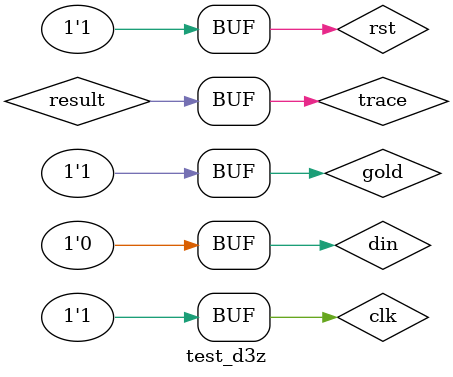
<source format=v>
`timescale 1ns / 100ps

module test_d3z();

    reg rst, clk;
    reg din;
    wire result;
    reg gold;
    wire trace;
    
    detect_3zero DUT (.clock(clk), .reset(rst), .bitin(din), .indicator(result));
    
    initial begin
        clk = 1'b0;
        rst = 1'b1;
        din = 1'b0;
        gold = 1'b0;
    end
    
    always begin
        #5 clk = 1'b0;
        #5 clk = 1'b1;
    end
    
    initial begin
        #1 rst = 1'b0;
        #4 rst = 1'b1; din = 1'b1;
        #5 gold = 1'b0;
        #5 din = 1'b1; 
        #5 gold = 1'b0;
        #5 din = 1'b0;
        #5 gold = 1'b0;
        #5 din = 1'b0; 
        #5 gold = 1'b0;
        #5 din = 1'b1;
        #5 gold = 1'b0;
        #5 din = 1'b0;
        #5 gold = 1'b0;
        #5 din = 1'b0;
        #5 gold = 1'b0;
        #5 din = 1'b0; 
        #5 gold = 1'b1;
        #5 din = 1'b1;
        #5 gold = 1'b0; 
        #5 din = 1'b1;
        #5 gold = 1'b0; 
        #5 din = 1'b0;
        #5 gold = 1'b0; 
        #5 din = 1'b0;
        #5 gold = 1'b0; 
        #5 din = 1'b0;
        #5 gold = 1'b1; 
        #5 din = 1'b0;
        #5 gold = 1'b1; 
        #5 din = 1'b0;
        #5 gold = 1'b1;   
        end
        
        assign trace = (result & gold) | (~result & ~gold);
    
endmodule
</source>
